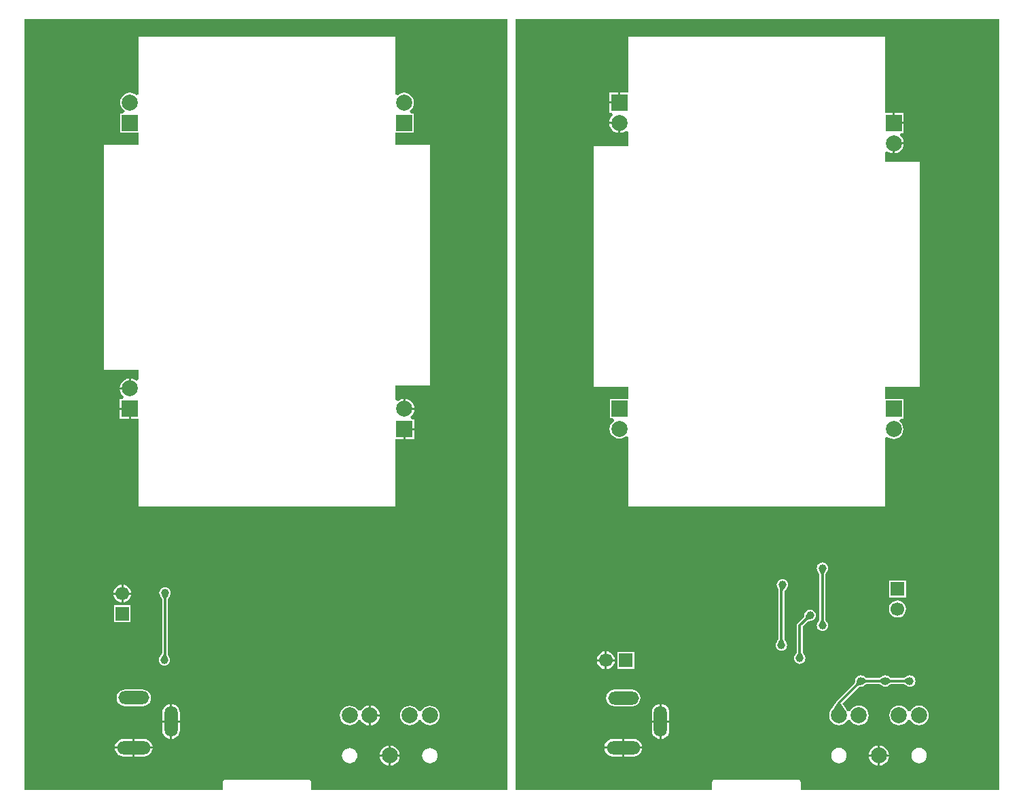
<source format=gbl>
G04*
G04 #@! TF.GenerationSoftware,Altium Limited,Altium Designer,23.10.1 (27)*
G04*
G04 Layer_Physical_Order=2*
G04 Layer_Color=16711680*
%FSLAX25Y25*%
%MOIN*%
G70*
G04*
G04 #@! TF.SameCoordinates,52E8BDB3-E784-467F-A169-E1E59ABD1491*
G04*
G04*
G04 #@! TF.FilePolarity,Positive*
G04*
G01*
G75*
%ADD65C,0.01200*%
%ADD66C,0.03937*%
%ADD68O,0.16535X0.06496*%
%ADD69O,0.15158X0.06496*%
%ADD70O,0.06496X0.15158*%
%ADD71C,0.07874*%
%ADD72R,0.06693X0.06693*%
%ADD73C,0.06693*%
%ADD74R,0.07874X0.07874*%
%ADD75R,0.06693X0.06693*%
G36*
X238189Y1020D02*
X141768Y1020D01*
Y4921D01*
X141690Y5311D01*
X141469Y5642D01*
X141138Y5863D01*
X140748Y5941D01*
X99410D01*
X99019Y5863D01*
X98689Y5642D01*
X98467Y5311D01*
X98390Y4921D01*
Y1020D01*
X1020D01*
X1020Y378902D01*
X238189D01*
Y1020D01*
D02*
G37*
G36*
X479295Y1020D02*
X381925Y1020D01*
Y4921D01*
X381847Y5311D01*
X381626Y5642D01*
X381296Y5863D01*
X380906Y5941D01*
X339567D01*
X339177Y5863D01*
X338846Y5642D01*
X338625Y5311D01*
X338547Y4921D01*
Y1020D01*
X242126D01*
Y378902D01*
X479295D01*
X479295Y1020D01*
D02*
G37*
%LPC*%
G36*
X183097Y370079D02*
X57113D01*
Y350492D01*
X57113Y350492D01*
X57113Y350492D01*
Y342101D01*
X56754Y341826D01*
X55913Y341561D01*
X55171Y342130D01*
X54019Y342607D01*
X52782Y342770D01*
X51546Y342607D01*
X50393Y342130D01*
X49404Y341371D01*
X48645Y340381D01*
X48167Y339229D01*
X48004Y337992D01*
X48167Y336755D01*
X48645Y335603D01*
X49404Y334614D01*
X50296Y333929D01*
X50297Y333795D01*
X49499Y332729D01*
X48045D01*
Y323255D01*
X57113D01*
Y317244D01*
X40105D01*
X40105Y317243D01*
Y207008D01*
X57113D01*
Y202092D01*
X55913Y201577D01*
X55272Y202068D01*
X54071Y202566D01*
X53282Y202670D01*
Y197756D01*
X52782D01*
Y197256D01*
X47869D01*
X47973Y196467D01*
X48470Y195266D01*
X49261Y194235D01*
X49707Y193893D01*
X49299Y192693D01*
X47845D01*
Y188256D01*
X52782D01*
Y187756D01*
X53282D01*
Y182819D01*
X57113D01*
Y165492D01*
Y139764D01*
X183097D01*
Y172819D01*
X186928D01*
Y177756D01*
X187428D01*
Y178256D01*
X192365D01*
Y182693D01*
X190911D01*
X190504Y183893D01*
X190949Y184235D01*
X191741Y185266D01*
X192238Y186467D01*
X192342Y187256D01*
X187428D01*
Y187756D01*
X186928D01*
Y192670D01*
X186139Y192566D01*
X184938Y192068D01*
X184297Y191577D01*
X183097Y192092D01*
Y199134D01*
X200105D01*
Y317244D01*
X183097D01*
Y323255D01*
X192165D01*
Y332729D01*
X190711D01*
X189913Y333795D01*
X189915Y333929D01*
X190806Y334614D01*
X191566Y335603D01*
X192043Y336755D01*
X192206Y337992D01*
X192043Y339229D01*
X191566Y340381D01*
X190806Y341371D01*
X189817Y342130D01*
X188665Y342607D01*
X187428Y342770D01*
X186191Y342607D01*
X185039Y342130D01*
X184297Y341561D01*
X183456Y341826D01*
X183097Y342101D01*
Y370079D01*
D02*
G37*
G36*
X52282Y202670D02*
X51494Y202566D01*
X50293Y202068D01*
X49261Y201277D01*
X48470Y200246D01*
X47973Y199045D01*
X47869Y198256D01*
X52282D01*
Y202670D01*
D02*
G37*
G36*
X187928Y192670D02*
Y188256D01*
X192342D01*
X192238Y189045D01*
X191741Y190246D01*
X190949Y191277D01*
X189918Y192068D01*
X188717Y192566D01*
X187928Y192670D01*
D02*
G37*
G36*
X52282Y187256D02*
X47845D01*
Y182819D01*
X52282D01*
Y187256D01*
D02*
G37*
G36*
X192365Y177256D02*
X187928D01*
Y172819D01*
X192365D01*
Y177256D01*
D02*
G37*
G36*
X49572Y101551D02*
Y97733D01*
X53390D01*
X53307Y98368D01*
X52869Y99425D01*
X52172Y100333D01*
X51264Y101030D01*
X50207Y101468D01*
X49572Y101551D01*
D02*
G37*
G36*
X48572Y101551D02*
X47938Y101468D01*
X46880Y101030D01*
X45972Y100333D01*
X45276Y99425D01*
X44838Y98368D01*
X44754Y97733D01*
X48572D01*
Y101551D01*
D02*
G37*
G36*
Y96733D02*
X44754D01*
X44838Y96099D01*
X45276Y95041D01*
X45972Y94133D01*
X46880Y93437D01*
X47938Y92999D01*
X48572Y92915D01*
Y96733D01*
D02*
G37*
G36*
X53390D02*
X49572D01*
Y92915D01*
X50207Y92999D01*
X51264Y93437D01*
X52172Y94133D01*
X52869Y95041D01*
X53307Y96099D01*
X53390Y96733D01*
D02*
G37*
G36*
X53219Y91537D02*
X44926D01*
Y83244D01*
X53219D01*
Y91537D01*
D02*
G37*
G36*
X70000Y100292D02*
X69277Y100197D01*
X68604Y99918D01*
X68025Y99475D01*
X67582Y98896D01*
X67303Y98223D01*
X67208Y97500D01*
X67303Y96777D01*
X67582Y96104D01*
X67735Y95904D01*
X67763Y95843D01*
X68103Y95367D01*
X68228Y95177D01*
X68436Y94818D01*
X68500Y94687D01*
X68546Y94574D01*
X68572Y94493D01*
X68573Y94490D01*
Y67794D01*
X68552Y67743D01*
X68501Y67641D01*
X68424Y67511D01*
X68329Y67368D01*
X67849Y66759D01*
X67759Y66657D01*
X67748Y66649D01*
X67724Y66618D01*
X67647Y66530D01*
X67616Y66477D01*
X67304Y66071D01*
X67026Y65397D01*
X66930Y64674D01*
X67026Y63952D01*
X67304Y63278D01*
X67748Y62700D01*
X68327Y62256D01*
X69000Y61977D01*
X69723Y61882D01*
X70446Y61977D01*
X71119Y62256D01*
X71697Y62700D01*
X72141Y63278D01*
X72420Y63952D01*
X72515Y64674D01*
X72420Y65397D01*
X72141Y66071D01*
X72098Y66127D01*
X72098Y66127D01*
X71820Y66598D01*
X71719Y66787D01*
X71549Y67150D01*
X71496Y67287D01*
X71456Y67410D01*
X71431Y67508D01*
X71427Y67530D01*
Y94490D01*
X71428Y94493D01*
X71450Y94562D01*
X71574Y94836D01*
X71650Y94975D01*
X72060Y95601D01*
X72232Y95835D01*
X72262Y95900D01*
X72418Y96104D01*
X72697Y96777D01*
X72792Y97500D01*
X72697Y98223D01*
X72418Y98896D01*
X71974Y99475D01*
X71396Y99918D01*
X70723Y100197D01*
X70000Y100292D01*
D02*
G37*
G36*
X59029Y50172D02*
X50368D01*
X49311Y50033D01*
X48326Y49625D01*
X47481Y48977D01*
X46832Y48131D01*
X46424Y47146D01*
X46285Y46090D01*
X46424Y45033D01*
X46832Y44048D01*
X47481Y43202D01*
X48326Y42553D01*
X49311Y42146D01*
X50368Y42006D01*
X59029D01*
X60086Y42146D01*
X61071Y42553D01*
X61916Y43202D01*
X62565Y44048D01*
X62973Y45033D01*
X63112Y46090D01*
X62973Y47146D01*
X62565Y48131D01*
X61916Y48977D01*
X61071Y49625D01*
X60086Y50033D01*
X59029Y50172D01*
D02*
G37*
G36*
X169956Y42342D02*
X169167Y42238D01*
X167966Y41741D01*
X166935Y40949D01*
X166144Y39918D01*
X166076Y39755D01*
X164777D01*
X164752Y39817D01*
X163992Y40806D01*
X163003Y41566D01*
X161850Y42043D01*
X160614Y42206D01*
X159377Y42043D01*
X158225Y41566D01*
X157235Y40806D01*
X156476Y39817D01*
X155999Y38665D01*
X155836Y37428D01*
X155999Y36191D01*
X156476Y35039D01*
X157235Y34050D01*
X158225Y33290D01*
X159377Y32813D01*
X160614Y32650D01*
X161850Y32813D01*
X163003Y33290D01*
X163992Y34050D01*
X164752Y35039D01*
X164777Y35101D01*
X166076D01*
X166144Y34938D01*
X166935Y33907D01*
X167966Y33116D01*
X169167Y32618D01*
X169956Y32514D01*
Y37428D01*
Y42342D01*
D02*
G37*
G36*
X199984Y42206D02*
X198747Y42043D01*
X197595Y41566D01*
X196605Y40806D01*
X195846Y39817D01*
X195712Y39493D01*
X194413D01*
X194279Y39817D01*
X193520Y40806D01*
X192530Y41566D01*
X191378Y42043D01*
X190141Y42206D01*
X188905Y42043D01*
X187752Y41566D01*
X186763Y40806D01*
X186003Y39817D01*
X185526Y38665D01*
X185363Y37428D01*
X185526Y36191D01*
X186003Y35039D01*
X186763Y34050D01*
X187752Y33290D01*
X188905Y32813D01*
X190141Y32650D01*
X191378Y32813D01*
X192530Y33290D01*
X193520Y34050D01*
X194279Y35039D01*
X194413Y35363D01*
X195712D01*
X195846Y35039D01*
X196605Y34050D01*
X197595Y33290D01*
X198747Y32813D01*
X199984Y32650D01*
X201220Y32813D01*
X202373Y33290D01*
X203362Y34050D01*
X204122Y35039D01*
X204599Y36191D01*
X204762Y37428D01*
X204599Y38665D01*
X204122Y39817D01*
X203362Y40806D01*
X202373Y41566D01*
X201220Y42043D01*
X199984Y42206D01*
D02*
G37*
G36*
X170956Y42342D02*
Y37928D01*
X175370D01*
X175266Y38717D01*
X174769Y39918D01*
X173977Y40949D01*
X172946Y41741D01*
X171745Y42238D01*
X170956Y42342D01*
D02*
G37*
G36*
X73506Y43025D02*
Y34975D01*
X77290D01*
Y38806D01*
X77144Y39915D01*
X76716Y40948D01*
X76035Y41836D01*
X75148Y42517D01*
X74115Y42945D01*
X73506Y43025D01*
D02*
G37*
G36*
X72506D02*
X71897Y42945D01*
X70863Y42517D01*
X69976Y41836D01*
X69295Y40948D01*
X68867Y39915D01*
X68721Y38806D01*
Y34975D01*
X72506D01*
Y43025D01*
D02*
G37*
G36*
X175370Y36928D02*
X170956D01*
Y32514D01*
X171745Y32618D01*
X172946Y33116D01*
X173977Y33907D01*
X174769Y34938D01*
X175266Y36139D01*
X175370Y36928D01*
D02*
G37*
G36*
X77290Y33975D02*
X73506D01*
Y25926D01*
X74115Y26006D01*
X75148Y26434D01*
X76035Y27115D01*
X76716Y28002D01*
X77144Y29036D01*
X77290Y30145D01*
Y33975D01*
D02*
G37*
G36*
X72506D02*
X68721D01*
Y30145D01*
X68867Y29036D01*
X69295Y28002D01*
X69976Y27115D01*
X70863Y26434D01*
X71897Y26006D01*
X72506Y25926D01*
Y33975D01*
D02*
G37*
G36*
X59718Y25965D02*
X55199D01*
Y22180D01*
X63937D01*
X63857Y22789D01*
X63429Y23822D01*
X62748Y24710D01*
X61861Y25391D01*
X60827Y25819D01*
X59718Y25965D01*
D02*
G37*
G36*
X54198D02*
X49679D01*
X48570Y25819D01*
X47537Y25391D01*
X46649Y24710D01*
X45968Y23822D01*
X45540Y22789D01*
X45460Y22180D01*
X54198D01*
Y25965D01*
D02*
G37*
G36*
X180799Y22657D02*
Y18243D01*
X185213D01*
X185109Y19032D01*
X184611Y20233D01*
X183820Y21264D01*
X182789Y22055D01*
X181588Y22553D01*
X180799Y22657D01*
D02*
G37*
G36*
X179799D02*
X179010Y22553D01*
X177809Y22055D01*
X176778Y21264D01*
X175986Y20233D01*
X175489Y19032D01*
X175385Y18243D01*
X179799D01*
Y22657D01*
D02*
G37*
G36*
X63937Y21180D02*
X55199D01*
Y17395D01*
X59718D01*
X60827Y17541D01*
X61861Y17969D01*
X62748Y18650D01*
X63429Y19538D01*
X63857Y20571D01*
X63937Y21180D01*
D02*
G37*
G36*
X54198D02*
X45460D01*
X45540Y20571D01*
X45968Y19538D01*
X46649Y18650D01*
X47537Y17969D01*
X48570Y17541D01*
X49679Y17395D01*
X54198D01*
Y21180D01*
D02*
G37*
G36*
X199984Y21528D02*
X199004Y21399D01*
X198091Y21021D01*
X197307Y20419D01*
X196706Y19636D01*
X196328Y18723D01*
X196199Y17743D01*
X196328Y16763D01*
X196706Y15850D01*
X197307Y15067D01*
X198091Y14465D01*
X199004Y14087D01*
X199984Y13958D01*
X200963Y14087D01*
X201876Y14465D01*
X202660Y15067D01*
X203262Y15850D01*
X203640Y16763D01*
X203769Y17743D01*
X203640Y18723D01*
X203262Y19636D01*
X202660Y20419D01*
X201876Y21021D01*
X200963Y21399D01*
X199984Y21528D01*
D02*
G37*
G36*
X160614D02*
X159634Y21399D01*
X158721Y21021D01*
X157937Y20419D01*
X157336Y19636D01*
X156958Y18723D01*
X156829Y17743D01*
X156958Y16763D01*
X157336Y15850D01*
X157937Y15067D01*
X158721Y14465D01*
X159634Y14087D01*
X160614Y13958D01*
X161593Y14087D01*
X162506Y14465D01*
X163290Y15067D01*
X163892Y15850D01*
X164270Y16763D01*
X164399Y17743D01*
X164270Y18723D01*
X163892Y19636D01*
X163290Y20419D01*
X162506Y21021D01*
X161593Y21399D01*
X160614Y21528D01*
D02*
G37*
G36*
X185213Y17243D02*
X180799D01*
Y12829D01*
X181588Y12933D01*
X182789Y13431D01*
X183820Y14222D01*
X184611Y15253D01*
X185109Y16454D01*
X185213Y17243D01*
D02*
G37*
G36*
X179799D02*
X175385D01*
X175489Y16454D01*
X175986Y15253D01*
X176778Y14222D01*
X177809Y13431D01*
X179010Y12933D01*
X179799Y12829D01*
Y17243D01*
D02*
G37*
%LPD*%
G36*
X71389Y96066D02*
X70951Y95395D01*
X70843Y95201D01*
X70688Y94855D01*
X70639Y94704D01*
X70610Y94567D01*
X70600Y94444D01*
X69400D01*
X69390Y94567D01*
X69361Y94704D01*
X69312Y94855D01*
X69244Y95021D01*
X69156Y95201D01*
X68923Y95604D01*
X68777Y95828D01*
X68426Y96318D01*
X71574D01*
X71389Y96066D01*
D02*
G37*
G36*
X70600Y67618D02*
X70608Y67486D01*
X70632Y67342D01*
X70671Y67184D01*
X70727Y67013D01*
X70799Y66829D01*
X70990Y66422D01*
X71109Y66199D01*
X71395Y65713D01*
X68259Y65991D01*
X68476Y66237D01*
X68989Y66889D01*
X69115Y67076D01*
X69217Y67250D01*
X69297Y67409D01*
X69354Y67553D01*
X69389Y67682D01*
X69400Y67797D01*
X70600Y67618D01*
D02*
G37*
%LPC*%
G36*
X292466Y342929D02*
X288029D01*
Y338492D01*
X292466D01*
Y342929D01*
D02*
G37*
G36*
X432549Y332929D02*
X428112D01*
Y328492D01*
X432549D01*
Y332929D01*
D02*
G37*
G36*
X292466Y327492D02*
X288053D01*
X288156Y326703D01*
X288654Y325502D01*
X289445Y324471D01*
X290477Y323680D01*
X291678Y323182D01*
X292466Y323078D01*
Y327492D01*
D02*
G37*
G36*
X423281Y370079D02*
X297297D01*
Y350256D01*
Y342929D01*
X293466D01*
Y337992D01*
X292966D01*
Y337492D01*
X288029D01*
Y333055D01*
X289483D01*
X289891Y331855D01*
X289445Y331513D01*
X288654Y330482D01*
X288156Y329281D01*
X288053Y328492D01*
X292966D01*
Y327992D01*
X293466D01*
Y323078D01*
X294255Y323182D01*
X295456Y323680D01*
X296097Y324171D01*
X297297Y323656D01*
Y316614D01*
X280289D01*
Y198504D01*
X297297D01*
Y192658D01*
X288229D01*
Y183184D01*
X289683D01*
X290481Y182118D01*
X290480Y181984D01*
X289588Y181300D01*
X288829Y180310D01*
X288351Y179158D01*
X288189Y177921D01*
X288351Y176685D01*
X288829Y175532D01*
X289588Y174543D01*
X290577Y173784D01*
X291730Y173306D01*
X292966Y173143D01*
X294203Y173306D01*
X295355Y173784D01*
X296097Y174353D01*
X296938Y174088D01*
X297297Y173812D01*
Y166339D01*
Y139764D01*
X423281D01*
Y165256D01*
Y173647D01*
X423640Y173922D01*
X424481Y174187D01*
X425223Y173618D01*
X426375Y173141D01*
X427612Y172978D01*
X428849Y173141D01*
X430001Y173618D01*
X430991Y174377D01*
X431750Y175367D01*
X432227Y176519D01*
X432390Y177756D01*
X432227Y178992D01*
X431750Y180145D01*
X430991Y181134D01*
X430098Y181819D01*
X430097Y181953D01*
X430895Y183019D01*
X432349D01*
Y192493D01*
X423281D01*
Y198504D01*
X440290D01*
X440289Y198505D01*
Y308740D01*
X423281D01*
Y313656D01*
X424481Y314171D01*
X425122Y313680D01*
X426323Y313182D01*
X427112Y313078D01*
Y317992D01*
X427612D01*
Y318492D01*
X432526D01*
X432422Y319281D01*
X431924Y320482D01*
X431133Y321513D01*
X430688Y321855D01*
X431095Y323055D01*
X432549D01*
Y327492D01*
X427612D01*
Y327992D01*
X427112D01*
Y332929D01*
X423281D01*
Y370079D01*
D02*
G37*
G36*
X432526Y317492D02*
X428112D01*
Y313078D01*
X428901Y313182D01*
X430102Y313680D01*
X431133Y314471D01*
X431924Y315502D01*
X432422Y316703D01*
X432526Y317492D01*
D02*
G37*
G36*
X433646Y103647D02*
X425353D01*
Y95354D01*
X433646D01*
Y103647D01*
D02*
G37*
G36*
X429500Y93840D02*
X428418Y93697D01*
X427409Y93279D01*
X426543Y92615D01*
X425878Y91749D01*
X425460Y90740D01*
X425318Y89657D01*
X425460Y88575D01*
X425878Y87566D01*
X426543Y86700D01*
X427409Y86036D01*
X428418Y85618D01*
X429500Y85475D01*
X430582Y85618D01*
X431591Y86036D01*
X432457Y86700D01*
X433122Y87566D01*
X433540Y88575D01*
X433682Y89657D01*
X433540Y90740D01*
X433122Y91749D01*
X432457Y92615D01*
X431591Y93279D01*
X430582Y93697D01*
X429500Y93840D01*
D02*
G37*
G36*
X392637Y112470D02*
X391915Y112375D01*
X391241Y112096D01*
X390663Y111652D01*
X390219Y111074D01*
X389940Y110400D01*
X389845Y109678D01*
X389940Y108955D01*
X390219Y108282D01*
X390373Y108081D01*
X390400Y108021D01*
X390741Y107545D01*
X390865Y107354D01*
X391073Y106995D01*
X391137Y106865D01*
X391183Y106752D01*
X391209Y106671D01*
X391210Y106668D01*
Y84614D01*
X391209Y84610D01*
X391187Y84542D01*
X391063Y84267D01*
X390987Y84129D01*
X390578Y83503D01*
X390406Y83268D01*
X390375Y83204D01*
X390219Y83000D01*
X389940Y82326D01*
X389845Y81603D01*
X389940Y80881D01*
X390219Y80207D01*
X390663Y79629D01*
X391241Y79185D01*
X391915Y78906D01*
X392637Y78811D01*
X393360Y78906D01*
X394034Y79185D01*
X394612Y79629D01*
X395056Y80207D01*
X395335Y80881D01*
X395430Y81603D01*
X395335Y82326D01*
X395056Y83000D01*
X394902Y83200D01*
X394875Y83260D01*
X394534Y83736D01*
X394409Y83927D01*
X394201Y84286D01*
X394138Y84417D01*
X394092Y84529D01*
X394065Y84610D01*
X394065Y84614D01*
Y106668D01*
X394065Y106671D01*
X394088Y106739D01*
X394211Y107014D01*
X394288Y107153D01*
X394697Y107779D01*
X394869Y108013D01*
X394899Y108078D01*
X395056Y108282D01*
X395335Y108955D01*
X395430Y109678D01*
X395335Y110400D01*
X395056Y111074D01*
X394612Y111652D01*
X394034Y112096D01*
X393360Y112375D01*
X392637Y112470D01*
D02*
G37*
G36*
X373000Y104292D02*
X372277Y104197D01*
X371604Y103918D01*
X371025Y103474D01*
X370582Y102896D01*
X370303Y102223D01*
X370208Y101500D01*
X370303Y100777D01*
X370511Y100276D01*
X370522Y100232D01*
X370573Y100126D01*
X370582Y100104D01*
X370585Y100099D01*
X370838Y99570D01*
X370904Y99409D01*
X371015Y99080D01*
X371047Y98959D01*
X371069Y98847D01*
X371073Y98817D01*
Y75010D01*
X371072Y75007D01*
X371050Y74938D01*
X370926Y74664D01*
X370850Y74525D01*
X370440Y73899D01*
X370268Y73665D01*
X370238Y73600D01*
X370082Y73396D01*
X369803Y72723D01*
X369708Y72000D01*
X369803Y71277D01*
X370082Y70604D01*
X370526Y70025D01*
X371104Y69582D01*
X371777Y69303D01*
X372500Y69208D01*
X373223Y69303D01*
X373896Y69582D01*
X374475Y70025D01*
X374918Y70604D01*
X375197Y71277D01*
X375292Y72000D01*
X375197Y72723D01*
X374918Y73396D01*
X374765Y73596D01*
X374737Y73657D01*
X374397Y74133D01*
X374272Y74323D01*
X374064Y74682D01*
X374000Y74813D01*
X373954Y74926D01*
X373928Y75007D01*
X373927Y75010D01*
Y98323D01*
X373938Y98347D01*
X373992Y98439D01*
X374075Y98560D01*
X374180Y98696D01*
X374712Y99279D01*
X374921Y99484D01*
X374974Y99525D01*
X375418Y100104D01*
X375697Y100777D01*
X375792Y101500D01*
X375697Y102223D01*
X375418Y102896D01*
X374974Y103474D01*
X374396Y103918D01*
X373723Y104197D01*
X373000Y104292D01*
D02*
G37*
G36*
X286834Y68826D02*
Y65007D01*
X290652D01*
X290568Y65642D01*
X290131Y66699D01*
X289434Y67607D01*
X288526Y68304D01*
X287469Y68742D01*
X286834Y68826D01*
D02*
G37*
G36*
X285834D02*
X285199Y68742D01*
X284142Y68304D01*
X283234Y67607D01*
X282537Y66699D01*
X282099Y65642D01*
X282016Y65007D01*
X285834D01*
Y68826D01*
D02*
G37*
G36*
X386567Y89396D02*
X385845Y89301D01*
X385171Y89022D01*
X384593Y88578D01*
X384149Y88000D01*
X383870Y87326D01*
X383837Y87076D01*
X383814Y87014D01*
X383718Y86436D01*
X383672Y86214D01*
X383565Y85813D01*
X383517Y85675D01*
X383471Y85563D01*
X383432Y85487D01*
X383430Y85484D01*
X380491Y82545D01*
X380181Y82082D01*
X380073Y81536D01*
X380073Y81536D01*
Y68510D01*
X380072Y68507D01*
X380050Y68438D01*
X379926Y68164D01*
X379850Y68025D01*
X379440Y67399D01*
X379268Y67165D01*
X379238Y67100D01*
X379082Y66896D01*
X378803Y66223D01*
X378708Y65500D01*
X378803Y64777D01*
X379082Y64104D01*
X379525Y63525D01*
X380104Y63082D01*
X380777Y62803D01*
X381500Y62708D01*
X382223Y62803D01*
X382896Y63082D01*
X383474Y63525D01*
X383918Y64104D01*
X384197Y64777D01*
X384292Y65500D01*
X384197Y66223D01*
X383918Y66896D01*
X383765Y67096D01*
X383737Y67157D01*
X383397Y67633D01*
X383272Y67823D01*
X383064Y68182D01*
X383000Y68313D01*
X382954Y68426D01*
X382928Y68507D01*
X382927Y68510D01*
Y80945D01*
X385449Y83466D01*
X385451Y83468D01*
X385515Y83500D01*
X385797Y83607D01*
X385949Y83651D01*
X386681Y83804D01*
X386968Y83848D01*
X387035Y83873D01*
X387290Y83906D01*
X387964Y84185D01*
X388542Y84629D01*
X388986Y85207D01*
X389265Y85881D01*
X389360Y86603D01*
X389265Y87326D01*
X388986Y88000D01*
X388542Y88578D01*
X387964Y89022D01*
X387290Y89301D01*
X386567Y89396D01*
D02*
G37*
G36*
X300323Y68654D02*
X292030D01*
Y60361D01*
X300323D01*
Y68654D01*
D02*
G37*
G36*
X290652Y64007D02*
X286834D01*
Y60189D01*
X287469Y60273D01*
X288526Y60711D01*
X289434Y61407D01*
X290131Y62315D01*
X290568Y63373D01*
X290652Y64007D01*
D02*
G37*
G36*
X285834D02*
X282016D01*
X282099Y63373D01*
X282537Y62315D01*
X283234Y61407D01*
X284142Y60711D01*
X285199Y60273D01*
X285834Y60189D01*
Y64007D01*
D02*
G37*
G36*
X435500Y57162D02*
X434777Y57067D01*
X434104Y56788D01*
X433904Y56635D01*
X433843Y56608D01*
X433367Y56267D01*
X433177Y56142D01*
X432818Y55934D01*
X432687Y55870D01*
X432575Y55824D01*
X432493Y55798D01*
X432490Y55797D01*
X426510D01*
X426507Y55798D01*
X426438Y55820D01*
X426164Y55944D01*
X426025Y56020D01*
X425399Y56430D01*
X425165Y56602D01*
X425100Y56632D01*
X424896Y56788D01*
X424223Y57067D01*
X423500Y57162D01*
X422777Y57067D01*
X422104Y56788D01*
X421904Y56635D01*
X421843Y56608D01*
X421367Y56267D01*
X421176Y56142D01*
X420818Y55934D01*
X420687Y55870D01*
X420575Y55824D01*
X420493Y55798D01*
X420490Y55797D01*
X414510D01*
X414507Y55798D01*
X414438Y55820D01*
X414164Y55944D01*
X414025Y56020D01*
X413399Y56430D01*
X413165Y56602D01*
X413100Y56632D01*
X412896Y56788D01*
X412223Y57067D01*
X411500Y57162D01*
X410777Y57067D01*
X410104Y56788D01*
X409525Y56345D01*
X409082Y55766D01*
X408803Y55093D01*
X408770Y54843D01*
X408746Y54781D01*
X408651Y54203D01*
X408604Y53980D01*
X408497Y53579D01*
X408450Y53442D01*
X408403Y53330D01*
X408364Y53254D01*
X408362Y53251D01*
X399737Y44625D01*
X399427Y44162D01*
X399385Y43949D01*
X396889Y40319D01*
X396866Y40265D01*
X396545Y39847D01*
X396068Y38695D01*
X395905Y37458D01*
X396068Y36222D01*
X396545Y35069D01*
X397304Y34080D01*
X398294Y33320D01*
X399446Y32843D01*
X400683Y32680D01*
X401920Y32843D01*
X403072Y33320D01*
X404061Y34080D01*
X404821Y35069D01*
X404955Y35393D01*
X406254D01*
X406388Y35069D01*
X407147Y34080D01*
X408137Y33320D01*
X409289Y32843D01*
X410525Y32680D01*
X411762Y32843D01*
X412914Y33320D01*
X413904Y34080D01*
X414663Y35069D01*
X415140Y36222D01*
X415303Y37458D01*
X415140Y38695D01*
X414663Y39847D01*
X413904Y40837D01*
X412914Y41596D01*
X411762Y42073D01*
X410525Y42236D01*
X409289Y42073D01*
X408137Y41596D01*
X407147Y40837D01*
X406388Y39847D01*
X406254Y39523D01*
X404955D01*
X404821Y39847D01*
X404540Y40213D01*
X404511Y40274D01*
X404040Y40918D01*
X402654Y42900D01*
X402422Y43273D01*
X410381Y51232D01*
X410384Y51234D01*
X410448Y51267D01*
X410729Y51374D01*
X410881Y51418D01*
X411614Y51571D01*
X411901Y51615D01*
X411968Y51639D01*
X412223Y51673D01*
X412896Y51952D01*
X413096Y52105D01*
X413157Y52133D01*
X413633Y52473D01*
X413824Y52598D01*
X414182Y52806D01*
X414313Y52870D01*
X414426Y52916D01*
X414507Y52942D01*
X414510Y52943D01*
X420490D01*
X420493Y52942D01*
X420562Y52920D01*
X420836Y52796D01*
X420975Y52720D01*
X421601Y52311D01*
X421835Y52138D01*
X421900Y52108D01*
X422104Y51952D01*
X422777Y51673D01*
X423500Y51578D01*
X424223Y51673D01*
X424896Y51952D01*
X425096Y52105D01*
X425157Y52133D01*
X425633Y52473D01*
X425823Y52598D01*
X426182Y52806D01*
X426313Y52870D01*
X426426Y52916D01*
X426507Y52942D01*
X426510Y52943D01*
X432490D01*
X432493Y52942D01*
X432562Y52920D01*
X432836Y52796D01*
X432975Y52720D01*
X433601Y52311D01*
X433835Y52138D01*
X433900Y52108D01*
X434104Y51952D01*
X434777Y51673D01*
X435500Y51578D01*
X436223Y51673D01*
X436896Y51952D01*
X437474Y52396D01*
X437918Y52974D01*
X438197Y53647D01*
X438292Y54370D01*
X438197Y55093D01*
X437918Y55766D01*
X437474Y56345D01*
X436896Y56788D01*
X436223Y57067D01*
X435500Y57162D01*
D02*
G37*
G36*
X299240Y50146D02*
X290578D01*
X289522Y50007D01*
X288537Y49599D01*
X287691Y48950D01*
X287042Y48105D01*
X286634Y47120D01*
X286495Y46063D01*
X286634Y45006D01*
X287042Y44021D01*
X287691Y43176D01*
X288537Y42527D01*
X289522Y42119D01*
X290578Y41980D01*
X299240D01*
X300296Y42119D01*
X301281Y42527D01*
X302127Y43176D01*
X302776Y44021D01*
X303184Y45006D01*
X303323Y46063D01*
X303184Y47120D01*
X302776Y48105D01*
X302127Y48950D01*
X301281Y49599D01*
X300296Y50007D01*
X299240Y50146D01*
D02*
G37*
G36*
X440053Y42236D02*
X438816Y42073D01*
X437664Y41596D01*
X436674Y40837D01*
X435915Y39847D01*
X435781Y39523D01*
X434482D01*
X434348Y39847D01*
X433589Y40837D01*
X432599Y41596D01*
X431447Y42073D01*
X430210Y42236D01*
X428974Y42073D01*
X427821Y41596D01*
X426832Y40837D01*
X426073Y39847D01*
X425595Y38695D01*
X425433Y37458D01*
X425595Y36222D01*
X426073Y35069D01*
X426832Y34080D01*
X427821Y33320D01*
X428974Y32843D01*
X430210Y32680D01*
X431447Y32843D01*
X432599Y33320D01*
X433589Y34080D01*
X434348Y35069D01*
X434482Y35393D01*
X435781D01*
X435915Y35069D01*
X436674Y34080D01*
X437664Y33320D01*
X438816Y32843D01*
X440053Y32680D01*
X441290Y32843D01*
X442442Y33320D01*
X443432Y34080D01*
X444191Y35069D01*
X444668Y36222D01*
X444831Y37458D01*
X444668Y38695D01*
X444191Y39847D01*
X443432Y40837D01*
X442442Y41596D01*
X441290Y42073D01*
X440053Y42236D01*
D02*
G37*
G36*
X313716Y42998D02*
Y34949D01*
X317501D01*
Y38780D01*
X317355Y39889D01*
X316927Y40922D01*
X316246Y41809D01*
X315358Y42490D01*
X314325Y42918D01*
X313716Y42998D01*
D02*
G37*
G36*
X312716D02*
X312107Y42918D01*
X311074Y42490D01*
X310186Y41809D01*
X309505Y40922D01*
X309077Y39889D01*
X308931Y38780D01*
Y34949D01*
X312716D01*
Y42998D01*
D02*
G37*
G36*
Y33949D02*
X308931D01*
Y30118D01*
X309077Y29009D01*
X309505Y27976D01*
X310186Y27088D01*
X311074Y26408D01*
X312107Y25979D01*
X312716Y25899D01*
Y33949D01*
D02*
G37*
G36*
X317501D02*
X313716D01*
Y25899D01*
X314325Y25979D01*
X315358Y26408D01*
X316246Y27088D01*
X316927Y27976D01*
X317355Y29009D01*
X317501Y30118D01*
Y33949D01*
D02*
G37*
G36*
X299929Y25938D02*
X295409D01*
Y22154D01*
X304148D01*
X304067Y22762D01*
X303639Y23796D01*
X302958Y24683D01*
X302071Y25364D01*
X301038Y25792D01*
X299929Y25938D01*
D02*
G37*
G36*
X294409D02*
X289889D01*
X288780Y25792D01*
X287747Y25364D01*
X286860Y24683D01*
X286179Y23796D01*
X285751Y22762D01*
X285670Y22154D01*
X294409D01*
Y25938D01*
D02*
G37*
G36*
X420868Y22687D02*
Y18273D01*
X425282D01*
X425178Y19062D01*
X424680Y20263D01*
X423889Y21294D01*
X422858Y22085D01*
X421657Y22583D01*
X420868Y22687D01*
D02*
G37*
G36*
X419868D02*
X419079Y22583D01*
X417878Y22085D01*
X416847Y21294D01*
X416055Y20263D01*
X415558Y19062D01*
X415454Y18273D01*
X419868D01*
Y22687D01*
D02*
G37*
G36*
X304148Y21154D02*
X295409D01*
Y17369D01*
X299929D01*
X301038Y17515D01*
X302071Y17943D01*
X302958Y18624D01*
X303639Y19511D01*
X304067Y20545D01*
X304148Y21154D01*
D02*
G37*
G36*
X294409D02*
X285670D01*
X285751Y20545D01*
X286179Y19511D01*
X286860Y18624D01*
X287747Y17943D01*
X288780Y17515D01*
X289889Y17369D01*
X294409D01*
Y21154D01*
D02*
G37*
G36*
X440053Y21558D02*
X439073Y21429D01*
X438160Y21051D01*
X437376Y20449D01*
X436775Y19666D01*
X436397Y18753D01*
X436268Y17773D01*
X436397Y16793D01*
X436775Y15880D01*
X437376Y15097D01*
X438160Y14495D01*
X439073Y14117D01*
X440053Y13988D01*
X441033Y14117D01*
X441946Y14495D01*
X442730Y15097D01*
X443331Y15880D01*
X443709Y16793D01*
X443838Y17773D01*
X443709Y18753D01*
X443331Y19666D01*
X442730Y20449D01*
X441946Y21051D01*
X441033Y21429D01*
X440053Y21558D01*
D02*
G37*
G36*
X400683D02*
X399703Y21429D01*
X398790Y21051D01*
X398006Y20449D01*
X397405Y19666D01*
X397027Y18753D01*
X396898Y17773D01*
X397027Y16793D01*
X397405Y15880D01*
X398006Y15097D01*
X398790Y14495D01*
X399703Y14117D01*
X400683Y13988D01*
X401663Y14117D01*
X402575Y14495D01*
X403359Y15097D01*
X403961Y15880D01*
X404339Y16793D01*
X404468Y17773D01*
X404339Y18753D01*
X403961Y19666D01*
X403359Y20449D01*
X402575Y21051D01*
X401663Y21429D01*
X400683Y21558D01*
D02*
G37*
G36*
X425282Y17273D02*
X420868D01*
Y12859D01*
X421657Y12963D01*
X422858Y13461D01*
X423889Y14252D01*
X424680Y15283D01*
X425178Y16484D01*
X425282Y17273D01*
D02*
G37*
G36*
X419868D02*
X415454D01*
X415558Y16484D01*
X416055Y15283D01*
X416847Y14252D01*
X417878Y13461D01*
X419079Y12963D01*
X419868Y12859D01*
Y17273D01*
D02*
G37*
%LPD*%
G36*
X394026Y108243D02*
X393588Y107573D01*
X393481Y107379D01*
X393325Y107033D01*
X393276Y106881D01*
X393247Y106744D01*
X393237Y106622D01*
X392037D01*
X392028Y106744D01*
X391998Y106881D01*
X391950Y107033D01*
X391881Y107199D01*
X391794Y107379D01*
X391560Y107782D01*
X391414Y108006D01*
X391063Y108496D01*
X394211D01*
X394026Y108243D01*
D02*
G37*
G36*
X393247Y84537D02*
X393276Y84400D01*
X393325Y84249D01*
X393393Y84083D01*
X393481Y83903D01*
X393715Y83499D01*
X393861Y83276D01*
X394211Y82786D01*
X391063D01*
X391248Y83038D01*
X391687Y83708D01*
X391794Y83903D01*
X391950Y84249D01*
X391998Y84400D01*
X392028Y84537D01*
X392037Y84659D01*
X393237D01*
X393247Y84537D01*
D02*
G37*
G36*
X374364Y100081D02*
X374124Y99845D01*
X373555Y99221D01*
X373416Y99041D01*
X373302Y98875D01*
X373214Y98724D01*
X373151Y98586D01*
X373113Y98462D01*
X373100Y98353D01*
X371900Y98686D01*
X371894Y98827D01*
X371874Y98978D01*
X371842Y99141D01*
X371797Y99314D01*
X371669Y99694D01*
X371585Y99900D01*
X371257Y100584D01*
X374364Y100081D01*
D02*
G37*
G36*
X373110Y74933D02*
X373139Y74796D01*
X373188Y74645D01*
X373256Y74479D01*
X373343Y74299D01*
X373577Y73896D01*
X373723Y73672D01*
X374074Y73182D01*
X370926D01*
X371111Y73434D01*
X371549Y74104D01*
X371656Y74299D01*
X371812Y74645D01*
X371861Y74796D01*
X371890Y74933D01*
X371900Y75056D01*
X373100D01*
X373110Y74933D01*
D02*
G37*
G36*
X386845Y84655D02*
X386536Y84607D01*
X385752Y84443D01*
X385538Y84381D01*
X385183Y84247D01*
X385042Y84174D01*
X384924Y84098D01*
X384831Y84018D01*
X383982Y84867D01*
X384062Y84960D01*
X384138Y85078D01*
X384211Y85219D01*
X384280Y85385D01*
X384345Y85574D01*
X384465Y86025D01*
X384520Y86286D01*
X384619Y86881D01*
X386845Y84655D01*
D02*
G37*
G36*
X382110Y68433D02*
X382139Y68296D01*
X382188Y68145D01*
X382256Y67979D01*
X382344Y67799D01*
X382577Y67396D01*
X382723Y67172D01*
X383074Y66682D01*
X379926D01*
X380111Y66934D01*
X380549Y67605D01*
X380657Y67799D01*
X380812Y68145D01*
X380861Y68296D01*
X380890Y68433D01*
X380900Y68556D01*
X382100D01*
X382110Y68433D01*
D02*
G37*
G36*
X434318Y52796D02*
X434066Y52981D01*
X433395Y53419D01*
X433201Y53527D01*
X432855Y53682D01*
X432704Y53731D01*
X432567Y53760D01*
X432444Y53770D01*
Y54970D01*
X432567Y54980D01*
X432704Y55009D01*
X432855Y55058D01*
X433021Y55126D01*
X433201Y55214D01*
X433604Y55447D01*
X433828Y55594D01*
X434318Y55944D01*
Y52796D01*
D02*
G37*
G36*
X424934Y55759D02*
X425604Y55321D01*
X425799Y55214D01*
X426145Y55058D01*
X426296Y55009D01*
X426433Y54980D01*
X426556Y54970D01*
Y53770D01*
X426433Y53760D01*
X426296Y53731D01*
X426145Y53682D01*
X425979Y53614D01*
X425799Y53527D01*
X425395Y53293D01*
X425172Y53147D01*
X424682Y52796D01*
Y55944D01*
X424934Y55759D01*
D02*
G37*
G36*
X422318Y52796D02*
X422066Y52981D01*
X421395Y53419D01*
X421201Y53527D01*
X420855Y53682D01*
X420704Y53731D01*
X420567Y53760D01*
X420444Y53770D01*
Y54970D01*
X420567Y54980D01*
X420704Y55009D01*
X420855Y55058D01*
X421021Y55126D01*
X421201Y55214D01*
X421604Y55447D01*
X421828Y55594D01*
X422318Y55944D01*
Y52796D01*
D02*
G37*
G36*
X412934Y55759D02*
X413604Y55321D01*
X413799Y55214D01*
X414145Y55058D01*
X414296Y55009D01*
X414433Y54980D01*
X414556Y54970D01*
Y53770D01*
X414433Y53760D01*
X414296Y53731D01*
X414145Y53682D01*
X413979Y53614D01*
X413799Y53527D01*
X413396Y53293D01*
X413172Y53147D01*
X412682Y52796D01*
Y55944D01*
X412934Y55759D01*
D02*
G37*
G36*
X411777Y52421D02*
X411468Y52374D01*
X410684Y52210D01*
X410471Y52148D01*
X410116Y52013D01*
X409974Y51941D01*
X409857Y51865D01*
X409763Y51785D01*
X408915Y52634D01*
X408995Y52727D01*
X409071Y52845D01*
X409143Y52986D01*
X409212Y53151D01*
X409278Y53341D01*
X409398Y53791D01*
X409453Y54053D01*
X409551Y54647D01*
X411777Y52421D01*
D02*
G37*
G36*
X401371Y43502D02*
X401446Y43329D01*
X401572Y43096D01*
X401973Y42451D01*
X403377Y40444D01*
X403853Y39793D01*
X397561Y39857D01*
X400146Y43616D01*
X401346D01*
X401371Y43502D01*
D02*
G37*
D65*
X70000Y64952D02*
Y97500D01*
X69723Y64674D02*
X70000Y64952D01*
X372500Y72000D02*
Y101000D01*
X373000Y101500D01*
X381500Y81536D02*
X386567Y86603D01*
X381500Y65500D02*
Y81536D01*
X400746Y43616D02*
X411500Y54370D01*
X400746Y37521D02*
Y43616D01*
X400683Y37458D02*
X400746Y37521D01*
X411500Y54370D02*
X423500D01*
X435500D01*
X392637Y81603D02*
Y109678D01*
D66*
X88000Y64500D02*
D03*
X166441Y83941D02*
D03*
X172500Y59000D02*
D03*
X104500Y75000D02*
D03*
X69723Y64674D02*
D03*
X372500Y72000D02*
D03*
X111000Y42500D02*
D03*
X330000Y64000D02*
D03*
X324000D02*
D03*
X120000Y24000D02*
D03*
X401575Y51181D02*
D03*
X358268Y31496D02*
D03*
X381500Y65500D02*
D03*
X373000Y101500D02*
D03*
X145000Y89500D02*
D03*
X117000Y42500D02*
D03*
X98500Y98000D02*
D03*
X70000Y97500D02*
D03*
X66500Y85000D02*
D03*
X319500Y92000D02*
D03*
X326500Y80000D02*
D03*
X310500Y88000D02*
D03*
X352630Y81370D02*
D03*
X149343Y55062D02*
D03*
X19658Y49239D02*
D03*
Y88609D02*
D03*
Y127979D02*
D03*
Y167349D02*
D03*
Y206719D02*
D03*
Y246090D02*
D03*
Y285460D02*
D03*
Y324830D02*
D03*
X59029Y131917D02*
D03*
Y118137D02*
D03*
X88556D02*
D03*
Y131917D02*
D03*
X118084D02*
D03*
Y118137D02*
D03*
X147611D02*
D03*
Y131917D02*
D03*
X177139D02*
D03*
Y118137D02*
D03*
X216509Y324830D02*
D03*
Y285460D02*
D03*
Y246090D02*
D03*
Y206719D02*
D03*
Y167349D02*
D03*
X224385Y88609D02*
D03*
Y49239D02*
D03*
X59029Y374043D02*
D03*
X88556D02*
D03*
X118084D02*
D03*
X147611D02*
D03*
X177139D02*
D03*
X417349D02*
D03*
X387822D02*
D03*
X358294D02*
D03*
X328767D02*
D03*
X299239D02*
D03*
X304197Y94881D02*
D03*
X456849Y50583D02*
D03*
Y89953D02*
D03*
X456719Y167323D02*
D03*
Y206693D02*
D03*
Y246063D02*
D03*
Y285433D02*
D03*
Y324803D02*
D03*
X417479Y119480D02*
D03*
X417349Y131917D02*
D03*
X387822D02*
D03*
X387952Y119480D02*
D03*
X358424D02*
D03*
X358294Y131917D02*
D03*
X328767D02*
D03*
X328897Y119480D02*
D03*
X299369D02*
D03*
X299239Y131917D02*
D03*
X259869Y324803D02*
D03*
Y285433D02*
D03*
Y246063D02*
D03*
Y206693D02*
D03*
Y167323D02*
D03*
Y127953D02*
D03*
Y88583D02*
D03*
Y49213D02*
D03*
X405041Y86603D02*
D03*
X392295Y58007D02*
D03*
X423500Y54370D02*
D03*
X435500D02*
D03*
X411500D02*
D03*
X392637Y109678D02*
D03*
Y81603D02*
D03*
X386567Y86603D02*
D03*
D68*
X54698Y21680D02*
D03*
X294909Y21654D02*
D03*
D69*
X54698Y46090D02*
D03*
X294909Y46063D02*
D03*
D70*
X73006Y34475D02*
D03*
X313216Y34449D02*
D03*
D71*
X440053Y37458D02*
D03*
X430210D02*
D03*
X400683D02*
D03*
X410525D02*
D03*
X420368Y17773D02*
D03*
X180299Y17743D02*
D03*
X170456Y37428D02*
D03*
X160614D02*
D03*
X190141D02*
D03*
X199984D02*
D03*
X52782Y197756D02*
D03*
X427612Y177756D02*
D03*
X292966Y177921D02*
D03*
Y327992D02*
D03*
X427612Y317992D02*
D03*
X52782Y337992D02*
D03*
X187428Y337992D02*
D03*
Y187756D02*
D03*
D72*
X49072Y87391D02*
D03*
X429500Y99500D02*
D03*
D73*
X49072Y97233D02*
D03*
X286334Y64507D02*
D03*
X429500Y89657D02*
D03*
D74*
X52782Y187756D02*
D03*
X427612Y187756D02*
D03*
X292966Y187921D02*
D03*
Y337992D02*
D03*
X427612Y327992D02*
D03*
X52782D02*
D03*
X187428Y327992D02*
D03*
Y177756D02*
D03*
D75*
X296177Y64507D02*
D03*
M02*

</source>
